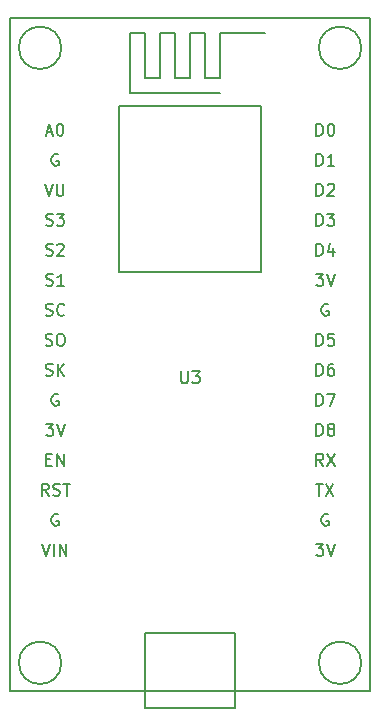
<source format=gbr>
%TF.GenerationSoftware,KiCad,Pcbnew,(5.1.6)-1*%
%TF.CreationDate,2020-11-18T20:34:03+02:00*%
%TF.ProjectId,Gesture-Control-PCB,47657374-7572-4652-9d43-6f6e74726f6c,rev?*%
%TF.SameCoordinates,Original*%
%TF.FileFunction,Legend,Top*%
%TF.FilePolarity,Positive*%
%FSLAX46Y46*%
G04 Gerber Fmt 4.6, Leading zero omitted, Abs format (unit mm)*
G04 Created by KiCad (PCBNEW (5.1.6)-1) date 2020-11-18 20:34:03*
%MOMM*%
%LPD*%
G01*
G04 APERTURE LIST*
%ADD10C,0.150000*%
G04 APERTURE END LIST*
D10*
%TO.C,U3*%
X116575001Y-125075001D02*
X116575001Y-68075001D01*
X86075001Y-125075001D02*
X116575001Y-125075001D01*
X86075001Y-68075001D02*
X86075001Y-125075001D01*
X86575001Y-68075001D02*
X86075001Y-68075001D01*
X116575001Y-68075001D02*
X86575001Y-68075001D01*
X115821052Y-70635001D02*
G75*
G03*
X115821052Y-70635001I-1796051J0D01*
G01*
X90421052Y-70635001D02*
G75*
G03*
X90421052Y-70635001I-1796051J0D01*
G01*
X90421052Y-122705001D02*
G75*
G03*
X90421052Y-122705001I-1796051J0D01*
G01*
X115821052Y-122705001D02*
G75*
G03*
X115821052Y-122705001I-1796051J0D01*
G01*
X97515001Y-120165001D02*
X97515001Y-126515001D01*
X105135001Y-120165001D02*
X97515001Y-120165001D01*
X105135001Y-126515001D02*
X105135001Y-120165001D01*
X97515001Y-126515001D02*
X105135001Y-126515001D01*
X103865001Y-69365001D02*
X107675001Y-69365001D01*
X103865001Y-73175001D02*
X103865001Y-69365001D01*
X102595001Y-73175001D02*
X103865001Y-73175001D01*
X102595001Y-69365001D02*
X102595001Y-73175001D01*
X101325001Y-69365001D02*
X102595001Y-69365001D01*
X101325001Y-73175001D02*
X101325001Y-69365001D01*
X100055001Y-73175001D02*
X101325001Y-73175001D01*
X100055001Y-69365001D02*
X100055001Y-73175001D01*
X98785001Y-69365001D02*
X100055001Y-69365001D01*
X98785001Y-73175001D02*
X98785001Y-69365001D01*
X97515001Y-73175001D02*
X98785001Y-73175001D01*
X97515001Y-69365001D02*
X97515001Y-73175001D01*
X96245001Y-69365001D02*
X97515001Y-69365001D01*
X96245001Y-74445001D02*
X96245001Y-69365001D01*
X103865001Y-74445001D02*
X96245001Y-74445001D01*
X95325001Y-89575001D02*
X95325001Y-75575001D01*
X107325001Y-89575001D02*
X95325001Y-89575001D01*
X107325001Y-75575001D02*
X107325001Y-89575001D01*
X95325001Y-75575001D02*
X107325001Y-75575001D01*
X100563096Y-98027381D02*
X100563096Y-98836905D01*
X100610715Y-98932143D01*
X100658334Y-98979762D01*
X100753572Y-99027381D01*
X100944048Y-99027381D01*
X101039286Y-98979762D01*
X101086905Y-98932143D01*
X101134524Y-98836905D01*
X101134524Y-98027381D01*
X101515477Y-98027381D02*
X102134524Y-98027381D01*
X101801191Y-98408334D01*
X101944048Y-98408334D01*
X102039286Y-98455953D01*
X102086905Y-98503572D01*
X102134524Y-98598810D01*
X102134524Y-98836905D01*
X102086905Y-98932143D01*
X102039286Y-98979762D01*
X101944048Y-99027381D01*
X101658334Y-99027381D01*
X101563096Y-98979762D01*
X101515477Y-98932143D01*
X88799762Y-112632381D02*
X89133096Y-113632381D01*
X89466429Y-112632381D01*
X89799762Y-113632381D02*
X89799762Y-112632381D01*
X90275953Y-113632381D02*
X90275953Y-112632381D01*
X90847381Y-113632381D01*
X90847381Y-112632381D01*
X90156905Y-110140001D02*
X90061667Y-110092381D01*
X89918810Y-110092381D01*
X89775953Y-110140001D01*
X89680715Y-110235239D01*
X89633096Y-110330477D01*
X89585477Y-110520953D01*
X89585477Y-110663810D01*
X89633096Y-110854286D01*
X89680715Y-110949524D01*
X89775953Y-111044762D01*
X89918810Y-111092381D01*
X90014048Y-111092381D01*
X90156905Y-111044762D01*
X90204524Y-110997143D01*
X90204524Y-110663810D01*
X90014048Y-110663810D01*
X89347381Y-108552381D02*
X89014048Y-108076191D01*
X88775953Y-108552381D02*
X88775953Y-107552381D01*
X89156905Y-107552381D01*
X89252143Y-107600001D01*
X89299762Y-107647620D01*
X89347381Y-107742858D01*
X89347381Y-107885715D01*
X89299762Y-107980953D01*
X89252143Y-108028572D01*
X89156905Y-108076191D01*
X88775953Y-108076191D01*
X89728334Y-108504762D02*
X89871191Y-108552381D01*
X90109286Y-108552381D01*
X90204524Y-108504762D01*
X90252143Y-108457143D01*
X90299762Y-108361905D01*
X90299762Y-108266667D01*
X90252143Y-108171429D01*
X90204524Y-108123810D01*
X90109286Y-108076191D01*
X89918810Y-108028572D01*
X89823572Y-107980953D01*
X89775953Y-107933334D01*
X89728334Y-107838096D01*
X89728334Y-107742858D01*
X89775953Y-107647620D01*
X89823572Y-107600001D01*
X89918810Y-107552381D01*
X90156905Y-107552381D01*
X90299762Y-107600001D01*
X90585477Y-107552381D02*
X91156905Y-107552381D01*
X90871191Y-108552381D02*
X90871191Y-107552381D01*
X89156905Y-105488572D02*
X89490239Y-105488572D01*
X89633096Y-106012381D02*
X89156905Y-106012381D01*
X89156905Y-105012381D01*
X89633096Y-105012381D01*
X90061667Y-106012381D02*
X90061667Y-105012381D01*
X90633096Y-106012381D01*
X90633096Y-105012381D01*
X89133096Y-102472381D02*
X89752143Y-102472381D01*
X89418810Y-102853334D01*
X89561667Y-102853334D01*
X89656905Y-102900953D01*
X89704524Y-102948572D01*
X89752143Y-103043810D01*
X89752143Y-103281905D01*
X89704524Y-103377143D01*
X89656905Y-103424762D01*
X89561667Y-103472381D01*
X89275953Y-103472381D01*
X89180715Y-103424762D01*
X89133096Y-103377143D01*
X90037858Y-102472381D02*
X90371191Y-103472381D01*
X90704524Y-102472381D01*
X90156905Y-99980001D02*
X90061667Y-99932381D01*
X89918810Y-99932381D01*
X89775953Y-99980001D01*
X89680715Y-100075239D01*
X89633096Y-100170477D01*
X89585477Y-100360953D01*
X89585477Y-100503810D01*
X89633096Y-100694286D01*
X89680715Y-100789524D01*
X89775953Y-100884762D01*
X89918810Y-100932381D01*
X90014048Y-100932381D01*
X90156905Y-100884762D01*
X90204524Y-100837143D01*
X90204524Y-100503810D01*
X90014048Y-100503810D01*
X89109286Y-98344762D02*
X89252143Y-98392381D01*
X89490239Y-98392381D01*
X89585477Y-98344762D01*
X89633096Y-98297143D01*
X89680715Y-98201905D01*
X89680715Y-98106667D01*
X89633096Y-98011429D01*
X89585477Y-97963810D01*
X89490239Y-97916191D01*
X89299762Y-97868572D01*
X89204524Y-97820953D01*
X89156905Y-97773334D01*
X89109286Y-97678096D01*
X89109286Y-97582858D01*
X89156905Y-97487620D01*
X89204524Y-97440001D01*
X89299762Y-97392381D01*
X89537858Y-97392381D01*
X89680715Y-97440001D01*
X90109286Y-98392381D02*
X90109286Y-97392381D01*
X90680715Y-98392381D02*
X90252143Y-97820953D01*
X90680715Y-97392381D02*
X90109286Y-97963810D01*
X89085477Y-95804762D02*
X89228334Y-95852381D01*
X89466429Y-95852381D01*
X89561667Y-95804762D01*
X89609286Y-95757143D01*
X89656905Y-95661905D01*
X89656905Y-95566667D01*
X89609286Y-95471429D01*
X89561667Y-95423810D01*
X89466429Y-95376191D01*
X89275953Y-95328572D01*
X89180715Y-95280953D01*
X89133096Y-95233334D01*
X89085477Y-95138096D01*
X89085477Y-95042858D01*
X89133096Y-94947620D01*
X89180715Y-94900001D01*
X89275953Y-94852381D01*
X89514048Y-94852381D01*
X89656905Y-94900001D01*
X90275953Y-94852381D02*
X90466429Y-94852381D01*
X90561667Y-94900001D01*
X90656905Y-94995239D01*
X90704524Y-95185715D01*
X90704524Y-95519048D01*
X90656905Y-95709524D01*
X90561667Y-95804762D01*
X90466429Y-95852381D01*
X90275953Y-95852381D01*
X90180715Y-95804762D01*
X90085477Y-95709524D01*
X90037858Y-95519048D01*
X90037858Y-95185715D01*
X90085477Y-94995239D01*
X90180715Y-94900001D01*
X90275953Y-94852381D01*
X89109286Y-93264762D02*
X89252143Y-93312381D01*
X89490239Y-93312381D01*
X89585477Y-93264762D01*
X89633096Y-93217143D01*
X89680715Y-93121905D01*
X89680715Y-93026667D01*
X89633096Y-92931429D01*
X89585477Y-92883810D01*
X89490239Y-92836191D01*
X89299762Y-92788572D01*
X89204524Y-92740953D01*
X89156905Y-92693334D01*
X89109286Y-92598096D01*
X89109286Y-92502858D01*
X89156905Y-92407620D01*
X89204524Y-92360001D01*
X89299762Y-92312381D01*
X89537858Y-92312381D01*
X89680715Y-92360001D01*
X90680715Y-93217143D02*
X90633096Y-93264762D01*
X90490239Y-93312381D01*
X90395001Y-93312381D01*
X90252143Y-93264762D01*
X90156905Y-93169524D01*
X90109286Y-93074286D01*
X90061667Y-92883810D01*
X90061667Y-92740953D01*
X90109286Y-92550477D01*
X90156905Y-92455239D01*
X90252143Y-92360001D01*
X90395001Y-92312381D01*
X90490239Y-92312381D01*
X90633096Y-92360001D01*
X90680715Y-92407620D01*
X89133096Y-90724762D02*
X89275953Y-90772381D01*
X89514048Y-90772381D01*
X89609286Y-90724762D01*
X89656905Y-90677143D01*
X89704524Y-90581905D01*
X89704524Y-90486667D01*
X89656905Y-90391429D01*
X89609286Y-90343810D01*
X89514048Y-90296191D01*
X89323572Y-90248572D01*
X89228334Y-90200953D01*
X89180715Y-90153334D01*
X89133096Y-90058096D01*
X89133096Y-89962858D01*
X89180715Y-89867620D01*
X89228334Y-89820001D01*
X89323572Y-89772381D01*
X89561667Y-89772381D01*
X89704524Y-89820001D01*
X90656905Y-90772381D02*
X90085477Y-90772381D01*
X90371191Y-90772381D02*
X90371191Y-89772381D01*
X90275953Y-89915239D01*
X90180715Y-90010477D01*
X90085477Y-90058096D01*
X89133096Y-88184762D02*
X89275953Y-88232381D01*
X89514048Y-88232381D01*
X89609286Y-88184762D01*
X89656905Y-88137143D01*
X89704524Y-88041905D01*
X89704524Y-87946667D01*
X89656905Y-87851429D01*
X89609286Y-87803810D01*
X89514048Y-87756191D01*
X89323572Y-87708572D01*
X89228334Y-87660953D01*
X89180715Y-87613334D01*
X89133096Y-87518096D01*
X89133096Y-87422858D01*
X89180715Y-87327620D01*
X89228334Y-87280001D01*
X89323572Y-87232381D01*
X89561667Y-87232381D01*
X89704524Y-87280001D01*
X90085477Y-87327620D02*
X90133096Y-87280001D01*
X90228334Y-87232381D01*
X90466429Y-87232381D01*
X90561667Y-87280001D01*
X90609286Y-87327620D01*
X90656905Y-87422858D01*
X90656905Y-87518096D01*
X90609286Y-87660953D01*
X90037858Y-88232381D01*
X90656905Y-88232381D01*
X89133096Y-85644762D02*
X89275953Y-85692381D01*
X89514048Y-85692381D01*
X89609286Y-85644762D01*
X89656905Y-85597143D01*
X89704524Y-85501905D01*
X89704524Y-85406667D01*
X89656905Y-85311429D01*
X89609286Y-85263810D01*
X89514048Y-85216191D01*
X89323572Y-85168572D01*
X89228334Y-85120953D01*
X89180715Y-85073334D01*
X89133096Y-84978096D01*
X89133096Y-84882858D01*
X89180715Y-84787620D01*
X89228334Y-84740001D01*
X89323572Y-84692381D01*
X89561667Y-84692381D01*
X89704524Y-84740001D01*
X90037858Y-84692381D02*
X90656905Y-84692381D01*
X90323572Y-85073334D01*
X90466429Y-85073334D01*
X90561667Y-85120953D01*
X90609286Y-85168572D01*
X90656905Y-85263810D01*
X90656905Y-85501905D01*
X90609286Y-85597143D01*
X90561667Y-85644762D01*
X90466429Y-85692381D01*
X90180715Y-85692381D01*
X90085477Y-85644762D01*
X90037858Y-85597143D01*
X89037858Y-82152381D02*
X89371191Y-83152381D01*
X89704524Y-82152381D01*
X90037858Y-82152381D02*
X90037858Y-82961905D01*
X90085477Y-83057143D01*
X90133096Y-83104762D01*
X90228334Y-83152381D01*
X90418810Y-83152381D01*
X90514048Y-83104762D01*
X90561667Y-83057143D01*
X90609286Y-82961905D01*
X90609286Y-82152381D01*
X90156905Y-79660001D02*
X90061667Y-79612381D01*
X89918810Y-79612381D01*
X89775953Y-79660001D01*
X89680715Y-79755239D01*
X89633096Y-79850477D01*
X89585477Y-80040953D01*
X89585477Y-80183810D01*
X89633096Y-80374286D01*
X89680715Y-80469524D01*
X89775953Y-80564762D01*
X89918810Y-80612381D01*
X90014048Y-80612381D01*
X90156905Y-80564762D01*
X90204524Y-80517143D01*
X90204524Y-80183810D01*
X90014048Y-80183810D01*
X89180715Y-77786667D02*
X89656905Y-77786667D01*
X89085477Y-78072381D02*
X89418810Y-77072381D01*
X89752143Y-78072381D01*
X90275953Y-77072381D02*
X90371191Y-77072381D01*
X90466429Y-77120001D01*
X90514048Y-77167620D01*
X90561667Y-77262858D01*
X90609286Y-77453334D01*
X90609286Y-77691429D01*
X90561667Y-77881905D01*
X90514048Y-77977143D01*
X90466429Y-78024762D01*
X90371191Y-78072381D01*
X90275953Y-78072381D01*
X90180715Y-78024762D01*
X90133096Y-77977143D01*
X90085477Y-77881905D01*
X90037858Y-77691429D01*
X90037858Y-77453334D01*
X90085477Y-77262858D01*
X90133096Y-77167620D01*
X90180715Y-77120001D01*
X90275953Y-77072381D01*
X111993096Y-112632381D02*
X112612143Y-112632381D01*
X112278810Y-113013334D01*
X112421667Y-113013334D01*
X112516905Y-113060953D01*
X112564524Y-113108572D01*
X112612143Y-113203810D01*
X112612143Y-113441905D01*
X112564524Y-113537143D01*
X112516905Y-113584762D01*
X112421667Y-113632381D01*
X112135953Y-113632381D01*
X112040715Y-113584762D01*
X111993096Y-113537143D01*
X112897858Y-112632381D02*
X113231191Y-113632381D01*
X113564524Y-112632381D01*
X113016905Y-110140001D02*
X112921667Y-110092381D01*
X112778810Y-110092381D01*
X112635953Y-110140001D01*
X112540715Y-110235239D01*
X112493096Y-110330477D01*
X112445477Y-110520953D01*
X112445477Y-110663810D01*
X112493096Y-110854286D01*
X112540715Y-110949524D01*
X112635953Y-111044762D01*
X112778810Y-111092381D01*
X112874048Y-111092381D01*
X113016905Y-111044762D01*
X113064524Y-110997143D01*
X113064524Y-110663810D01*
X112874048Y-110663810D01*
X111993096Y-107552381D02*
X112564524Y-107552381D01*
X112278810Y-108552381D02*
X112278810Y-107552381D01*
X112802620Y-107552381D02*
X113469286Y-108552381D01*
X113469286Y-107552381D02*
X112802620Y-108552381D01*
X112588334Y-106012381D02*
X112255001Y-105536191D01*
X112016905Y-106012381D02*
X112016905Y-105012381D01*
X112397858Y-105012381D01*
X112493096Y-105060001D01*
X112540715Y-105107620D01*
X112588334Y-105202858D01*
X112588334Y-105345715D01*
X112540715Y-105440953D01*
X112493096Y-105488572D01*
X112397858Y-105536191D01*
X112016905Y-105536191D01*
X112921667Y-105012381D02*
X113588334Y-106012381D01*
X113588334Y-105012381D02*
X112921667Y-106012381D01*
X112016905Y-103472381D02*
X112016905Y-102472381D01*
X112255001Y-102472381D01*
X112397858Y-102520001D01*
X112493096Y-102615239D01*
X112540715Y-102710477D01*
X112588334Y-102900953D01*
X112588334Y-103043810D01*
X112540715Y-103234286D01*
X112493096Y-103329524D01*
X112397858Y-103424762D01*
X112255001Y-103472381D01*
X112016905Y-103472381D01*
X113159762Y-102900953D02*
X113064524Y-102853334D01*
X113016905Y-102805715D01*
X112969286Y-102710477D01*
X112969286Y-102662858D01*
X113016905Y-102567620D01*
X113064524Y-102520001D01*
X113159762Y-102472381D01*
X113350239Y-102472381D01*
X113445477Y-102520001D01*
X113493096Y-102567620D01*
X113540715Y-102662858D01*
X113540715Y-102710477D01*
X113493096Y-102805715D01*
X113445477Y-102853334D01*
X113350239Y-102900953D01*
X113159762Y-102900953D01*
X113064524Y-102948572D01*
X113016905Y-102996191D01*
X112969286Y-103091429D01*
X112969286Y-103281905D01*
X113016905Y-103377143D01*
X113064524Y-103424762D01*
X113159762Y-103472381D01*
X113350239Y-103472381D01*
X113445477Y-103424762D01*
X113493096Y-103377143D01*
X113540715Y-103281905D01*
X113540715Y-103091429D01*
X113493096Y-102996191D01*
X113445477Y-102948572D01*
X113350239Y-102900953D01*
X112016905Y-100932381D02*
X112016905Y-99932381D01*
X112255001Y-99932381D01*
X112397858Y-99980001D01*
X112493096Y-100075239D01*
X112540715Y-100170477D01*
X112588334Y-100360953D01*
X112588334Y-100503810D01*
X112540715Y-100694286D01*
X112493096Y-100789524D01*
X112397858Y-100884762D01*
X112255001Y-100932381D01*
X112016905Y-100932381D01*
X112921667Y-99932381D02*
X113588334Y-99932381D01*
X113159762Y-100932381D01*
X112016905Y-98392381D02*
X112016905Y-97392381D01*
X112255001Y-97392381D01*
X112397858Y-97440001D01*
X112493096Y-97535239D01*
X112540715Y-97630477D01*
X112588334Y-97820953D01*
X112588334Y-97963810D01*
X112540715Y-98154286D01*
X112493096Y-98249524D01*
X112397858Y-98344762D01*
X112255001Y-98392381D01*
X112016905Y-98392381D01*
X113445477Y-97392381D02*
X113255001Y-97392381D01*
X113159762Y-97440001D01*
X113112143Y-97487620D01*
X113016905Y-97630477D01*
X112969286Y-97820953D01*
X112969286Y-98201905D01*
X113016905Y-98297143D01*
X113064524Y-98344762D01*
X113159762Y-98392381D01*
X113350239Y-98392381D01*
X113445477Y-98344762D01*
X113493096Y-98297143D01*
X113540715Y-98201905D01*
X113540715Y-97963810D01*
X113493096Y-97868572D01*
X113445477Y-97820953D01*
X113350239Y-97773334D01*
X113159762Y-97773334D01*
X113064524Y-97820953D01*
X113016905Y-97868572D01*
X112969286Y-97963810D01*
X112016905Y-95852381D02*
X112016905Y-94852381D01*
X112255001Y-94852381D01*
X112397858Y-94900001D01*
X112493096Y-94995239D01*
X112540715Y-95090477D01*
X112588334Y-95280953D01*
X112588334Y-95423810D01*
X112540715Y-95614286D01*
X112493096Y-95709524D01*
X112397858Y-95804762D01*
X112255001Y-95852381D01*
X112016905Y-95852381D01*
X113493096Y-94852381D02*
X113016905Y-94852381D01*
X112969286Y-95328572D01*
X113016905Y-95280953D01*
X113112143Y-95233334D01*
X113350239Y-95233334D01*
X113445477Y-95280953D01*
X113493096Y-95328572D01*
X113540715Y-95423810D01*
X113540715Y-95661905D01*
X113493096Y-95757143D01*
X113445477Y-95804762D01*
X113350239Y-95852381D01*
X113112143Y-95852381D01*
X113016905Y-95804762D01*
X112969286Y-95757143D01*
X113016905Y-92360001D02*
X112921667Y-92312381D01*
X112778810Y-92312381D01*
X112635953Y-92360001D01*
X112540715Y-92455239D01*
X112493096Y-92550477D01*
X112445477Y-92740953D01*
X112445477Y-92883810D01*
X112493096Y-93074286D01*
X112540715Y-93169524D01*
X112635953Y-93264762D01*
X112778810Y-93312381D01*
X112874048Y-93312381D01*
X113016905Y-93264762D01*
X113064524Y-93217143D01*
X113064524Y-92883810D01*
X112874048Y-92883810D01*
X111993096Y-89772381D02*
X112612143Y-89772381D01*
X112278810Y-90153334D01*
X112421667Y-90153334D01*
X112516905Y-90200953D01*
X112564524Y-90248572D01*
X112612143Y-90343810D01*
X112612143Y-90581905D01*
X112564524Y-90677143D01*
X112516905Y-90724762D01*
X112421667Y-90772381D01*
X112135953Y-90772381D01*
X112040715Y-90724762D01*
X111993096Y-90677143D01*
X112897858Y-89772381D02*
X113231191Y-90772381D01*
X113564524Y-89772381D01*
X112016905Y-88232381D02*
X112016905Y-87232381D01*
X112255001Y-87232381D01*
X112397858Y-87280001D01*
X112493096Y-87375239D01*
X112540715Y-87470477D01*
X112588334Y-87660953D01*
X112588334Y-87803810D01*
X112540715Y-87994286D01*
X112493096Y-88089524D01*
X112397858Y-88184762D01*
X112255001Y-88232381D01*
X112016905Y-88232381D01*
X113445477Y-87565715D02*
X113445477Y-88232381D01*
X113207381Y-87184762D02*
X112969286Y-87899048D01*
X113588334Y-87899048D01*
X112016905Y-85692381D02*
X112016905Y-84692381D01*
X112255001Y-84692381D01*
X112397858Y-84740001D01*
X112493096Y-84835239D01*
X112540715Y-84930477D01*
X112588334Y-85120953D01*
X112588334Y-85263810D01*
X112540715Y-85454286D01*
X112493096Y-85549524D01*
X112397858Y-85644762D01*
X112255001Y-85692381D01*
X112016905Y-85692381D01*
X112921667Y-84692381D02*
X113540715Y-84692381D01*
X113207381Y-85073334D01*
X113350239Y-85073334D01*
X113445477Y-85120953D01*
X113493096Y-85168572D01*
X113540715Y-85263810D01*
X113540715Y-85501905D01*
X113493096Y-85597143D01*
X113445477Y-85644762D01*
X113350239Y-85692381D01*
X113064524Y-85692381D01*
X112969286Y-85644762D01*
X112921667Y-85597143D01*
X112016905Y-83152381D02*
X112016905Y-82152381D01*
X112255001Y-82152381D01*
X112397858Y-82200001D01*
X112493096Y-82295239D01*
X112540715Y-82390477D01*
X112588334Y-82580953D01*
X112588334Y-82723810D01*
X112540715Y-82914286D01*
X112493096Y-83009524D01*
X112397858Y-83104762D01*
X112255001Y-83152381D01*
X112016905Y-83152381D01*
X112969286Y-82247620D02*
X113016905Y-82200001D01*
X113112143Y-82152381D01*
X113350239Y-82152381D01*
X113445477Y-82200001D01*
X113493096Y-82247620D01*
X113540715Y-82342858D01*
X113540715Y-82438096D01*
X113493096Y-82580953D01*
X112921667Y-83152381D01*
X113540715Y-83152381D01*
X112016905Y-80612381D02*
X112016905Y-79612381D01*
X112255001Y-79612381D01*
X112397858Y-79660001D01*
X112493096Y-79755239D01*
X112540715Y-79850477D01*
X112588334Y-80040953D01*
X112588334Y-80183810D01*
X112540715Y-80374286D01*
X112493096Y-80469524D01*
X112397858Y-80564762D01*
X112255001Y-80612381D01*
X112016905Y-80612381D01*
X113540715Y-80612381D02*
X112969286Y-80612381D01*
X113255001Y-80612381D02*
X113255001Y-79612381D01*
X113159762Y-79755239D01*
X113064524Y-79850477D01*
X112969286Y-79898096D01*
X112016905Y-78072381D02*
X112016905Y-77072381D01*
X112255001Y-77072381D01*
X112397858Y-77120001D01*
X112493096Y-77215239D01*
X112540715Y-77310477D01*
X112588334Y-77500953D01*
X112588334Y-77643810D01*
X112540715Y-77834286D01*
X112493096Y-77929524D01*
X112397858Y-78024762D01*
X112255001Y-78072381D01*
X112016905Y-78072381D01*
X113207381Y-77072381D02*
X113302620Y-77072381D01*
X113397858Y-77120001D01*
X113445477Y-77167620D01*
X113493096Y-77262858D01*
X113540715Y-77453334D01*
X113540715Y-77691429D01*
X113493096Y-77881905D01*
X113445477Y-77977143D01*
X113397858Y-78024762D01*
X113302620Y-78072381D01*
X113207381Y-78072381D01*
X113112143Y-78024762D01*
X113064524Y-77977143D01*
X113016905Y-77881905D01*
X112969286Y-77691429D01*
X112969286Y-77453334D01*
X113016905Y-77262858D01*
X113064524Y-77167620D01*
X113112143Y-77120001D01*
X113207381Y-77072381D01*
%TD*%
M02*

</source>
